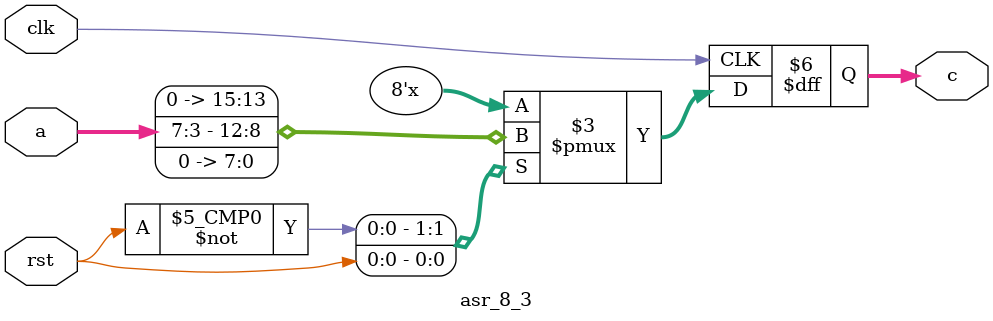
<source format=v>
module asr_8_3(
    a,
    c,
    clk,
    rst
);

input [7:0] a;
input clk, rst;
output [7:0] c;

always @ ( posedge clk )
begin
    case(rst)
        0: c = a >>> 3;
        1: c = 0;
    endcase
end

endmodule

</source>
